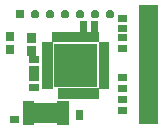
<source format=gbs>
G04 #@! TF.FileFunction,Soldermask,Bot*
%FSLAX46Y46*%
G04 Gerber Fmt 4.6, Leading zero omitted, Abs format (unit mm)*
G04 Created by KiCad (PCBNEW 4.0.4+e1-6308~48~ubuntu14.04.1-stable) date Sat Nov 26 19:33:40 2016*
%MOMM*%
%LPD*%
G01*
G04 APERTURE LIST*
%ADD10C,0.350000*%
G04 APERTURE END LIST*
D10*
G36*
X19827600Y-26684000D02*
X19829580Y-26697930D01*
X19835361Y-26710756D01*
X19844488Y-26721464D01*
X19856236Y-26729206D01*
X19869676Y-26733368D01*
X19877600Y-26734000D01*
X21727600Y-26734000D01*
X21741530Y-26732020D01*
X21754356Y-26726239D01*
X21765064Y-26717112D01*
X21772806Y-26705364D01*
X21776968Y-26691924D01*
X21777600Y-26684000D01*
X21777600Y-26559000D01*
X22727600Y-26559000D01*
X22727600Y-28559000D01*
X21777600Y-28559000D01*
X21777600Y-28434000D01*
X21775620Y-28420070D01*
X21769839Y-28407244D01*
X21760712Y-28396536D01*
X21748964Y-28388794D01*
X21735524Y-28384632D01*
X21727600Y-28384000D01*
X19877600Y-28384000D01*
X19863670Y-28385980D01*
X19850844Y-28391761D01*
X19840136Y-28400888D01*
X19832394Y-28412636D01*
X19828232Y-28426076D01*
X19827600Y-28434000D01*
X19827600Y-28559000D01*
X18877600Y-28559000D01*
X18877600Y-26559000D01*
X19827600Y-26559000D01*
X19827600Y-26684000D01*
X19827600Y-26684000D01*
G37*
G36*
X30276800Y-28491500D02*
X28702000Y-28491500D01*
X28702000Y-18433100D01*
X30276800Y-18433100D01*
X30276800Y-28491500D01*
X30276800Y-28491500D01*
G37*
G36*
X18535600Y-28443200D02*
X17735600Y-28443200D01*
X17735600Y-27843200D01*
X18535600Y-27843200D01*
X18535600Y-28443200D01*
X18535600Y-28443200D01*
G37*
G36*
X23972800Y-28136800D02*
X23372800Y-28136800D01*
X23372800Y-27336800D01*
X23972800Y-27336800D01*
X23972800Y-28136800D01*
X23972800Y-28136800D01*
G37*
G36*
X27700000Y-27650000D02*
X26900000Y-27650000D01*
X26900000Y-27050000D01*
X27700000Y-27050000D01*
X27700000Y-27650000D01*
X27700000Y-27650000D01*
G37*
G36*
X27700000Y-26750000D02*
X26900000Y-26750000D01*
X26900000Y-26150000D01*
X27700000Y-26150000D01*
X27700000Y-26750000D01*
X27700000Y-26750000D01*
G37*
G36*
X24303000Y-20620400D02*
X24304980Y-20634330D01*
X24310761Y-20647156D01*
X24319888Y-20657864D01*
X24331636Y-20665606D01*
X24345076Y-20669768D01*
X24353000Y-20670400D01*
X24553000Y-20670400D01*
X24566930Y-20668420D01*
X24579756Y-20662639D01*
X24590464Y-20653512D01*
X24598206Y-20641764D01*
X24602368Y-20628324D01*
X24603000Y-20620400D01*
X24603000Y-19793000D01*
X25203000Y-19793000D01*
X25203000Y-20620400D01*
X25204980Y-20634330D01*
X25210761Y-20647156D01*
X25219888Y-20657864D01*
X25231636Y-20665606D01*
X25245076Y-20669768D01*
X25253000Y-20670400D01*
X25317600Y-20670400D01*
X25317600Y-21495400D01*
X25319580Y-21509330D01*
X25325361Y-21522156D01*
X25334488Y-21532864D01*
X25346236Y-21540606D01*
X25359676Y-21544768D01*
X25367600Y-21545400D01*
X26192600Y-21545400D01*
X26192600Y-25495400D01*
X25367600Y-25495400D01*
X25353670Y-25497380D01*
X25340844Y-25503161D01*
X25330136Y-25512288D01*
X25322394Y-25524036D01*
X25318232Y-25537476D01*
X25317600Y-25545400D01*
X25317600Y-26370400D01*
X21867600Y-26370400D01*
X21867600Y-25470400D01*
X25242600Y-25470400D01*
X25256530Y-25468420D01*
X25269356Y-25462639D01*
X25280064Y-25453512D01*
X25287806Y-25441764D01*
X25291968Y-25428324D01*
X25292600Y-25420400D01*
X25292600Y-21620400D01*
X25290620Y-21606470D01*
X25284839Y-21593644D01*
X25275712Y-21582936D01*
X25263964Y-21575194D01*
X25250524Y-21571032D01*
X25242600Y-21570400D01*
X21442600Y-21570400D01*
X21428670Y-21572380D01*
X21415844Y-21578161D01*
X21405136Y-21587288D01*
X21397394Y-21599036D01*
X21393232Y-21612476D01*
X21392600Y-21620400D01*
X21392600Y-25495400D01*
X20492600Y-25495400D01*
X20492600Y-21545400D01*
X21317600Y-21545400D01*
X21331530Y-21543420D01*
X21344356Y-21537639D01*
X21355064Y-21528512D01*
X21362806Y-21516764D01*
X21366968Y-21503324D01*
X21367600Y-21495400D01*
X21367600Y-20670400D01*
X23653000Y-20670400D01*
X23666930Y-20668420D01*
X23679756Y-20662639D01*
X23690464Y-20653512D01*
X23698206Y-20641764D01*
X23702368Y-20628324D01*
X23703000Y-20620400D01*
X23703000Y-19793000D01*
X24303000Y-19793000D01*
X24303000Y-20620400D01*
X24303000Y-20620400D01*
G37*
G36*
X27700000Y-25750000D02*
X26900000Y-25750000D01*
X26900000Y-25150000D01*
X27700000Y-25150000D01*
X27700000Y-25750000D01*
X27700000Y-25750000D01*
G37*
G36*
X20186600Y-25711000D02*
X19386600Y-25711000D01*
X19386600Y-25111000D01*
X20186600Y-25111000D01*
X20186600Y-25711000D01*
X20186600Y-25711000D01*
G37*
G36*
X25167600Y-25345400D02*
X21517600Y-25345400D01*
X21517600Y-21695400D01*
X25167600Y-21695400D01*
X25167600Y-25345400D01*
X25167600Y-25345400D01*
G37*
G36*
X27700000Y-24850000D02*
X26900000Y-24850000D01*
X26900000Y-24250000D01*
X27700000Y-24250000D01*
X27700000Y-24850000D01*
X27700000Y-24850000D01*
G37*
G36*
X20186600Y-24811000D02*
X19386600Y-24811000D01*
X19386600Y-23601400D01*
X20186600Y-23601400D01*
X20186600Y-24811000D01*
X20186600Y-24811000D01*
G37*
G36*
X19940000Y-22651400D02*
X19941980Y-22665330D01*
X19947761Y-22678156D01*
X19956888Y-22688864D01*
X19968636Y-22696606D01*
X19982076Y-22700768D01*
X19990000Y-22701400D01*
X20186600Y-22701400D01*
X20186600Y-23301400D01*
X19386600Y-23301400D01*
X19386600Y-22750000D01*
X19384620Y-22736070D01*
X19378839Y-22723244D01*
X19369712Y-22712536D01*
X19357964Y-22704794D01*
X19344524Y-22700632D01*
X19336600Y-22700000D01*
X19240000Y-22700000D01*
X19240000Y-21900000D01*
X19940000Y-21900000D01*
X19940000Y-22651400D01*
X19940000Y-22651400D01*
G37*
G36*
X18130000Y-22599600D02*
X17430000Y-22599600D01*
X17430000Y-21799600D01*
X18130000Y-21799600D01*
X18130000Y-22599600D01*
X18130000Y-22599600D01*
G37*
G36*
X27700000Y-22400000D02*
X26900000Y-22400000D01*
X26900000Y-21800000D01*
X27700000Y-21800000D01*
X27700000Y-22400000D01*
X27700000Y-22400000D01*
G37*
G36*
X19940000Y-21600000D02*
X19240000Y-21600000D01*
X19240000Y-20800000D01*
X19940000Y-20800000D01*
X19940000Y-21600000D01*
X19940000Y-21600000D01*
G37*
G36*
X27700000Y-21500000D02*
X26900000Y-21500000D01*
X26900000Y-20900000D01*
X27700000Y-20900000D01*
X27700000Y-21500000D01*
X27700000Y-21500000D01*
G37*
G36*
X18130000Y-21499600D02*
X17430000Y-21499600D01*
X17430000Y-20699600D01*
X18130000Y-20699600D01*
X18130000Y-21499600D01*
X18130000Y-21499600D01*
G37*
G36*
X27705000Y-20732600D02*
X26905000Y-20732600D01*
X26905000Y-20132600D01*
X27705000Y-20132600D01*
X27705000Y-20732600D01*
X27705000Y-20732600D01*
G37*
G36*
X27705000Y-19832600D02*
X26905000Y-19832600D01*
X26905000Y-19232600D01*
X27705000Y-19232600D01*
X27705000Y-19832600D01*
X27705000Y-19832600D01*
G37*
G36*
X21197335Y-18804646D02*
X21268916Y-18819339D01*
X21336277Y-18847656D01*
X21396855Y-18888515D01*
X21448342Y-18940363D01*
X21488781Y-19001229D01*
X21516625Y-19068784D01*
X21530750Y-19140120D01*
X21530750Y-19140131D01*
X21530816Y-19140465D01*
X21529651Y-19223925D01*
X21529575Y-19224259D01*
X21529575Y-19224270D01*
X21513464Y-19295182D01*
X21483745Y-19361932D01*
X21441621Y-19421646D01*
X21388710Y-19472033D01*
X21327008Y-19511190D01*
X21258884Y-19537613D01*
X21186926Y-19550301D01*
X21113871Y-19548772D01*
X21042499Y-19533079D01*
X20975543Y-19503827D01*
X20915541Y-19462124D01*
X20864782Y-19409562D01*
X20825198Y-19348138D01*
X20798299Y-19280202D01*
X20785107Y-19208326D01*
X20786128Y-19135264D01*
X20801319Y-19063793D01*
X20830107Y-18996629D01*
X20871389Y-18936337D01*
X20923598Y-18885210D01*
X20984740Y-18845200D01*
X21052490Y-18817827D01*
X21124263Y-18804136D01*
X21197335Y-18804646D01*
X21197335Y-18804646D01*
G37*
G36*
X22467335Y-18804646D02*
X22538916Y-18819339D01*
X22606277Y-18847656D01*
X22666855Y-18888515D01*
X22718342Y-18940363D01*
X22758781Y-19001229D01*
X22786625Y-19068784D01*
X22800750Y-19140120D01*
X22800750Y-19140131D01*
X22800816Y-19140465D01*
X22799651Y-19223925D01*
X22799575Y-19224259D01*
X22799575Y-19224270D01*
X22783464Y-19295182D01*
X22753745Y-19361932D01*
X22711621Y-19421646D01*
X22658710Y-19472033D01*
X22597008Y-19511190D01*
X22528884Y-19537613D01*
X22456926Y-19550301D01*
X22383871Y-19548772D01*
X22312499Y-19533079D01*
X22245543Y-19503827D01*
X22185541Y-19462124D01*
X22134782Y-19409562D01*
X22095198Y-19348138D01*
X22068299Y-19280202D01*
X22055107Y-19208326D01*
X22056128Y-19135264D01*
X22071319Y-19063793D01*
X22100107Y-18996629D01*
X22141389Y-18936337D01*
X22193598Y-18885210D01*
X22254740Y-18845200D01*
X22322490Y-18817827D01*
X22394263Y-18804136D01*
X22467335Y-18804646D01*
X22467335Y-18804646D01*
G37*
G36*
X23737335Y-18804646D02*
X23808916Y-18819339D01*
X23876277Y-18847656D01*
X23936855Y-18888515D01*
X23988342Y-18940363D01*
X24028781Y-19001229D01*
X24056625Y-19068784D01*
X24070750Y-19140120D01*
X24070750Y-19140131D01*
X24070816Y-19140465D01*
X24069651Y-19223925D01*
X24069575Y-19224259D01*
X24069575Y-19224270D01*
X24053464Y-19295182D01*
X24023745Y-19361932D01*
X23981621Y-19421646D01*
X23928710Y-19472033D01*
X23867008Y-19511190D01*
X23798884Y-19537613D01*
X23726926Y-19550301D01*
X23653871Y-19548772D01*
X23582499Y-19533079D01*
X23515543Y-19503827D01*
X23455541Y-19462124D01*
X23404782Y-19409562D01*
X23365198Y-19348138D01*
X23338299Y-19280202D01*
X23325107Y-19208326D01*
X23326128Y-19135264D01*
X23341319Y-19063793D01*
X23370107Y-18996629D01*
X23411389Y-18936337D01*
X23463598Y-18885210D01*
X23524740Y-18845200D01*
X23592490Y-18817827D01*
X23664263Y-18804136D01*
X23737335Y-18804646D01*
X23737335Y-18804646D01*
G37*
G36*
X25007335Y-18804646D02*
X25078916Y-18819339D01*
X25146277Y-18847656D01*
X25206855Y-18888515D01*
X25258342Y-18940363D01*
X25298781Y-19001229D01*
X25326625Y-19068784D01*
X25340750Y-19140120D01*
X25340750Y-19140131D01*
X25340816Y-19140465D01*
X25339651Y-19223925D01*
X25339575Y-19224259D01*
X25339575Y-19224270D01*
X25323464Y-19295182D01*
X25293745Y-19361932D01*
X25251621Y-19421646D01*
X25198710Y-19472033D01*
X25137008Y-19511190D01*
X25068884Y-19537613D01*
X24996926Y-19550301D01*
X24923871Y-19548772D01*
X24852499Y-19533079D01*
X24785543Y-19503827D01*
X24725541Y-19462124D01*
X24674782Y-19409562D01*
X24635198Y-19348138D01*
X24608299Y-19280202D01*
X24595107Y-19208326D01*
X24596128Y-19135264D01*
X24611319Y-19063793D01*
X24640107Y-18996629D01*
X24681389Y-18936337D01*
X24733598Y-18885210D01*
X24794740Y-18845200D01*
X24862490Y-18817827D01*
X24934263Y-18804136D01*
X25007335Y-18804646D01*
X25007335Y-18804646D01*
G37*
G36*
X26277335Y-18804646D02*
X26348916Y-18819339D01*
X26416277Y-18847656D01*
X26476855Y-18888515D01*
X26528342Y-18940363D01*
X26568781Y-19001229D01*
X26596625Y-19068784D01*
X26610750Y-19140120D01*
X26610750Y-19140131D01*
X26610816Y-19140465D01*
X26609651Y-19223925D01*
X26609575Y-19224259D01*
X26609575Y-19224270D01*
X26593464Y-19295182D01*
X26563745Y-19361932D01*
X26521621Y-19421646D01*
X26468710Y-19472033D01*
X26407008Y-19511190D01*
X26338884Y-19537613D01*
X26266926Y-19550301D01*
X26193871Y-19548772D01*
X26122499Y-19533079D01*
X26055543Y-19503827D01*
X25995541Y-19462124D01*
X25944782Y-19409562D01*
X25905198Y-19348138D01*
X25878299Y-19280202D01*
X25865107Y-19208326D01*
X25866128Y-19135264D01*
X25881319Y-19063793D01*
X25910107Y-18996629D01*
X25951389Y-18936337D01*
X26003598Y-18885210D01*
X26064740Y-18845200D01*
X26132490Y-18817827D01*
X26204263Y-18804136D01*
X26277335Y-18804646D01*
X26277335Y-18804646D01*
G37*
G36*
X19927335Y-18804646D02*
X19998916Y-18819339D01*
X20066277Y-18847656D01*
X20126855Y-18888515D01*
X20178342Y-18940363D01*
X20218781Y-19001229D01*
X20246625Y-19068784D01*
X20260750Y-19140120D01*
X20260750Y-19140131D01*
X20260816Y-19140465D01*
X20259651Y-19223925D01*
X20259575Y-19224259D01*
X20259575Y-19224270D01*
X20243464Y-19295182D01*
X20213745Y-19361932D01*
X20171621Y-19421646D01*
X20118710Y-19472033D01*
X20057008Y-19511190D01*
X19988884Y-19537613D01*
X19916926Y-19550301D01*
X19843871Y-19548772D01*
X19772499Y-19533079D01*
X19705543Y-19503827D01*
X19645541Y-19462124D01*
X19594782Y-19409562D01*
X19555198Y-19348138D01*
X19528299Y-19280202D01*
X19515107Y-19208326D01*
X19516128Y-19135264D01*
X19531319Y-19063793D01*
X19560107Y-18996629D01*
X19601389Y-18936337D01*
X19653598Y-18885210D01*
X19714740Y-18845200D01*
X19782490Y-18817827D01*
X19854263Y-18804136D01*
X19927335Y-18804646D01*
X19927335Y-18804646D01*
G37*
G36*
X18990800Y-19549600D02*
X18245600Y-19549600D01*
X18245600Y-18804400D01*
X18990800Y-18804400D01*
X18990800Y-19549600D01*
X18990800Y-19549600D01*
G37*
M02*

</source>
